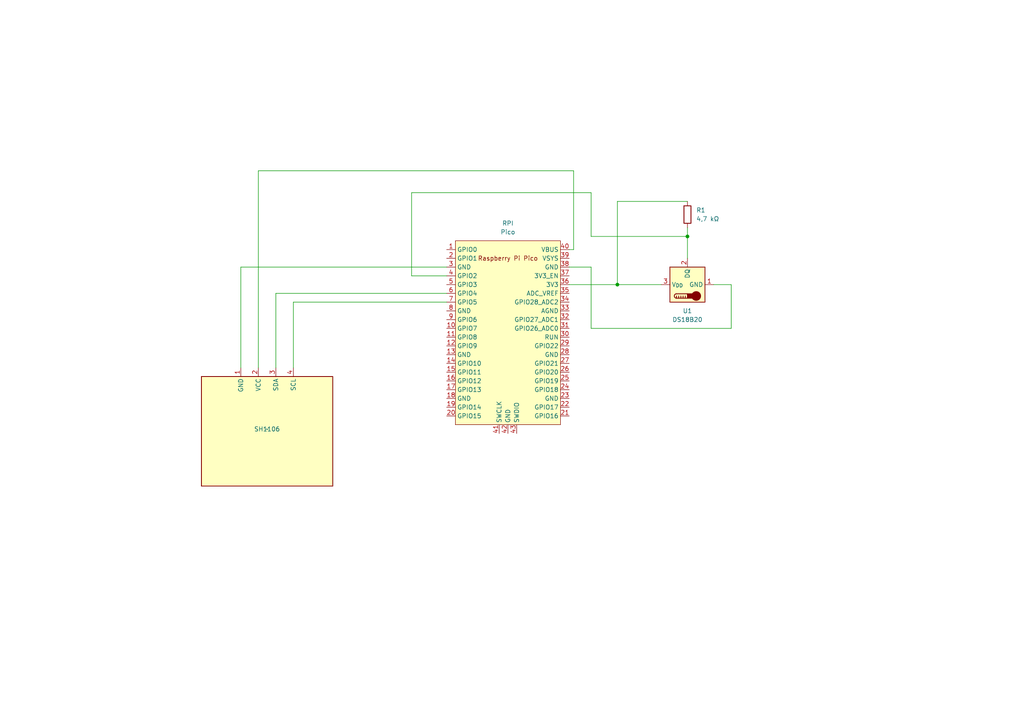
<source format=kicad_sch>
(kicad_sch (version 20230121) (generator eeschema)
  (paper "A4")
  (title_block (title "DS18B20 with OLED SH1106") (date "2023-06-02") (company "Future is Linux"))
  (lib_symbols
    (symbol "Device:R" (pin_numbers hide) (pin_names (offset 0))
      (property "Reference" "R" (at 2.032 0 90))
      (property "Value" "R" (at 0 0 90))
      (symbol "R_0_1"
        (rectangle (start -1.016 -2.54) (end 1.016 2.54) (stroke (width 0.254)))
      )
      (symbol "R_1_1"
        (pin passive line (at 0 3.81 270) (length 1.27) (name "~") (number "1"))
        (pin passive line (at 0 -3.81 90) (length 1.27) (name "~") (number "2"))
      )
    )
    (symbol "MCU_RaspberryPi_and_Boards:Pico"
      (property "Reference" "U" (at -13.97 27.94 0))
      (property "Value" "Pico" (at 0 19.05 0))
      (symbol "Pico_0_0"
        (text "Raspberry Pi Pico" (at 0 21.59 0) (effects (font (size 1.27 1.27))))
      )
      (symbol "Pico_0_1"
        (rectangle (start -15.24 26.67) (end 15.24 -26.67) (fill (type background)))
      )
      (symbol "Pico_1_1"
        (pin bidirectional line (at -17.78 24.13 0) (length 2.54) (name "GPIO0") (number "1"))
        (pin bidirectional line (at -17.78 1.27 0) (length 2.54) (name "GPIO7") (number "10"))
        (pin bidirectional line (at -17.78 -1.27 0) (length 2.54) (name "GPIO8") (number "11"))
        (pin bidirectional line (at -17.78 -3.81 0) (length 2.54) (name "GPIO9") (number "12"))
        (pin power_in line (at -17.78 -6.35 0) (length 2.54) (name "GND") (number "13"))
        (pin bidirectional line (at -17.78 -8.89 0) (length 2.54) (name "GPIO10") (number "14"))
        (pin bidirectional line (at -17.78 -11.43 0) (length 2.54) (name "GPIO11") (number "15"))
        (pin bidirectional line (at -17.78 -13.97 0) (length 2.54) (name "GPIO12") (number "16"))
        (pin bidirectional line (at -17.78 -16.51 0) (length 2.54) (name "GPIO13") (number "17"))
        (pin power_in line (at -17.78 -19.05 0) (length 2.54) (name "GND") (number "18"))
        (pin bidirectional line (at -17.78 -21.59 0) (length 2.54) (name "GPIO14") (number "19"))
        (pin bidirectional line (at -17.78 21.59 0) (length 2.54) (name "GPIO1") (number "2"))
        (pin bidirectional line (at -17.78 -24.13 0) (length 2.54) (name "GPIO15") (number "20"))
        (pin bidirectional line (at 17.78 -24.13 180) (length 2.54) (name "GPIO16") (number "21"))
        (pin bidirectional line (at 17.78 -21.59 180) (length 2.54) (name "GPIO17") (number "22"))
        (pin power_in line (at 17.78 -19.05 180) (length 2.54) (name "GND") (number "23"))
        (pin bidirectional line (at 17.78 -16.51 180) (length 2.54) (name "GPIO18") (number "24"))
        (pin bidirectional line (at 17.78 -13.97 180) (length 2.54) (name "GPIO19") (number "25"))
        (pin bidirectional line (at 17.78 -11.43 180) (length 2.54) (name "GPIO20") (number "26"))
        (pin bidirectional line (at 17.78 -8.89 180) (length 2.54) (name "GPIO21") (number "27"))
        (pin power_in line (at 17.78 -6.35 180) (length 2.54) (name "GND") (number "28"))
        (pin bidirectional line (at 17.78 -3.81 180) (length 2.54) (name "GPIO22") (number "29"))
        (pin power_in line (at -17.78 19.05 0) (length 2.54) (name "GND") (number "3"))
        (pin input line (at 17.78 -1.27 180) (length 2.54) (name "RUN") (number "30"))
        (pin bidirectional line (at 17.78 1.27 180) (length 2.54) (name "GPIO26_ADC0") (number "31"))
        (pin bidirectional line (at 17.78 3.81 180) (length 2.54) (name "GPIO27_ADC1") (number "32"))
        (pin power_in line (at 17.78 6.35 180) (length 2.54) (name "AGND") (number "33"))
        (pin bidirectional line (at 17.78 8.89 180) (length 2.54) (name "GPIO28_ADC2") (number "34"))
        (pin power_in line (at 17.78 11.43 180) (length 2.54) (name "ADC_VREF") (number "35"))
        (pin power_in line (at 17.78 13.97 180) (length 2.54) (name "3V3") (number "36"))
        (pin input line (at 17.78 16.51 180) (length 2.54) (name "3V3_EN") (number "37"))
        (pin bidirectional line (at 17.78 19.05 180) (length 2.54) (name "GND") (number "38"))
        (pin power_in line (at 17.78 21.59 180) (length 2.54) (name "VSYS") (number "39"))
        (pin bidirectional line (at -17.78 16.51 0) (length 2.54) (name "GPIO2") (number "4"))
        (pin power_in line (at 17.78 24.13 180) (length 2.54) (name "VBUS") (number "40"))
        (pin input line (at -2.54 -29.21 90) (length 2.54) (name "SWCLK") (number "41"))
        (pin power_in line (at 0 -29.21 90) (length 2.54) (name "GND") (number "42"))
        (pin bidirectional line (at 2.54 -29.21 90) (length 2.54) (name "SWDIO") (number "43"))
        (pin bidirectional line (at -17.78 13.97 0) (length 2.54) (name "GPIO3") (number "5"))
        (pin bidirectional line (at -17.78 11.43 0) (length 2.54) (name "GPIO4") (number "6"))
        (pin bidirectional line (at -17.78 8.89 0) (length 2.54) (name "GPIO5") (number "7"))
        (pin power_in line (at -17.78 6.35 0) (length 2.54) (name "GND") (number "8"))
        (pin bidirectional line (at -17.78 3.81 0) (length 2.54) (name "GPIO6") (number "9"))
      )
    )
    (symbol "New_Library:SH1106"
      (property "Reference" "SH1106" (at 0 0 0))
      (symbol "SH1106_0_1"
        (rectangle (start -19.05 15.24) (end 19.05 -16.51) (stroke (width 0.254)) (fill (type background)))
      )
      (symbol "SH1106_1_1"
        (pin output line (at -7.62 17.78 270) (length 2.54) (name "GND") (number "1"))
        (pin output line (at -2.54 17.78 270) (length 2.54) (name "VCC") (number "2"))
        (pin output line (at 2.54 17.78 270) (length 2.54) (name "SDA") (number "3"))
        (pin output line (at 7.62 17.78 270) (length 2.54) (name "SCL") (number "4"))
      )
    )
    (symbol "Sensor_Temperature:DS18B20"
      (property "Reference" "U" (at -3.81 6.35 0))
      (property "Value" "DS18B20" (at 6.35 6.35 0))
      (symbol "DS18B20_0_1"
        (rectangle (start -5.08 5.08) (end 5.08 -5.08) (stroke (width 0.254)) (fill (type background)))
        (circle (center -3.302 -2.54) (radius 1.27) (stroke (width 0.254)) (fill (type outline)))
        (rectangle (start -2.667 -1.905) (end -3.937 0) (stroke (width 0.254)) (fill (type outline)))
        (arc (start -2.667 3.175) (mid -3.302 3.8073) (end -3.937 3.175) (stroke (width 0.254)))
        (polyline (pts (xy -3.937 0.635) (xy -3.302 0.635)) (stroke (width 0.254)))
        (polyline (pts (xy -3.937 1.27) (xy -3.302 1.27)) (stroke (width 0.254)))
        (polyline (pts (xy -3.937 1.905) (xy -3.302 1.905)) (stroke (width 0.254)))
        (polyline (pts (xy -3.937 2.54) (xy -3.302 2.54)) (stroke (width 0.254)))
        (polyline (pts (xy -3.937 3.175) (xy -3.937 0)) (stroke (width 0.254)))
        (polyline (pts (xy -3.937 3.175) (xy -3.302 3.175)) (stroke (width 0.254)))
        (polyline (pts (xy -2.667 3.175) (xy -2.667 0)) (stroke (width 0.254)))
      )
      (symbol "DS18B20_1_1"
        (pin power_in line (at 0 -7.62 90) (length 2.54) (name "GND") (number "1"))
        (pin bidirectional line (at 7.62 0 180) (length 2.54) (name "DQ") (number "2"))
        (pin power_in line (at 0 7.62 270) (length 2.54) (name "V_{DD}") (number "3"))
      )
    )
  )
  (junction (at 179.07 82.55))
  (junction (at 199.39 68.58))
  (wire (pts (xy 171.45 68.58) (xy 171.45 55.88)))
  (wire (pts (xy 212.09 95.25) (xy 212.09 82.55)))
  (wire (pts (xy 119.38 55.88) (xy 119.38 80.01)))
  (wire (pts (xy 69.85 106.68) (xy 69.85 77.47)))
  (wire (pts (xy 80.01 106.68) (xy 80.01 85.09)))
  (wire (pts (xy 199.39 66.04) (xy 199.39 68.58)))
  (wire (pts (xy 171.45 95.25) (xy 212.09 95.25)))
  (wire (pts (xy 179.07 58.42) (xy 179.07 82.55)))
  (wire (pts (xy 179.07 82.55) (xy 191.77 82.55)))
  (wire (pts (xy 199.39 58.42) (xy 179.07 58.42)))
  (wire (pts (xy 199.39 68.58) (xy 171.45 68.58)))
  (wire (pts (xy 80.01 85.09) (xy 129.54 85.09)))
  (wire (pts (xy 166.37 49.53) (xy 166.37 72.39)))
  (wire (pts (xy 69.85 77.47) (xy 129.54 77.47)))
  (wire (pts (xy 171.45 77.47) (xy 171.45 95.25)))
  (wire (pts (xy 212.09 82.55) (xy 207.01 82.55)))
  (wire (pts (xy 74.93 49.53) (xy 166.37 49.53)))
  (wire (pts (xy 85.09 106.68) (xy 85.09 87.63)))
  (wire (pts (xy 166.37 72.39) (xy 165.1 72.39)))
  (wire (pts (xy 74.93 106.68) (xy 74.93 49.53)))
  (wire (pts (xy 119.38 80.01) (xy 129.54 80.01)))
  (wire (pts (xy 85.09 87.63) (xy 129.54 87.63)))
  (wire (pts (xy 171.45 55.88) (xy 119.38 55.88)))
  (wire (pts (xy 199.39 68.58) (xy 199.39 74.93)))
  (wire (pts (xy 165.1 82.55) (xy 179.07 82.55)))
  (wire (pts (xy 165.1 77.47) (xy 171.45 77.47)))
  (symbol (lib_id "MCU_RaspberryPi_and_Boards:Pico") (at 147.32 96.52 0) (unit 1)
    (property "Reference" "RPI" (at 147.32 64.77 0))
    (property "Value" "Pico" (at 147.32 67.31 0))
    (property "Footprint" "RPi_Pico:RPi_Pico_SMD_TH" (effects hide))
  )
  (symbol (lib_id "New_Library:SH1106") (at 77.47 124.46 0) (unit 1)
    (property "Reference" "SH1106" (at 73.66 124.46 0) (effects (justify left)))
    (property "Value" "~" (at 77.47 124.46 0))
  )
  (symbol (lib_id "Sensor_Temperature:DS18B20") (at 199.39 82.55 90) (unit 1)
    (property "Reference" "U1" (at 199.39 90.17 90))
    (property "Value" "DS18B20" (at 199.39 92.71 90))
    (property "Footprint" "Package_TO_SOT_THT:TO-92_Inline" (effects hide))
    (property "Datasheet" "http://datasheets.maximintegrated.com/en/ds/DS18B20.pdf" (effects hide))
  )
  (symbol (lib_id "Device:R") (at 199.39 62.23 0) (unit 1)
    (property "Reference" "R1" (at 201.93 60.96 0) (effects (justify left)))
    (property "Value" "4,7 kΩ" (at 201.93 63.5 0) (effects (justify left)))
  )
)
</source>
